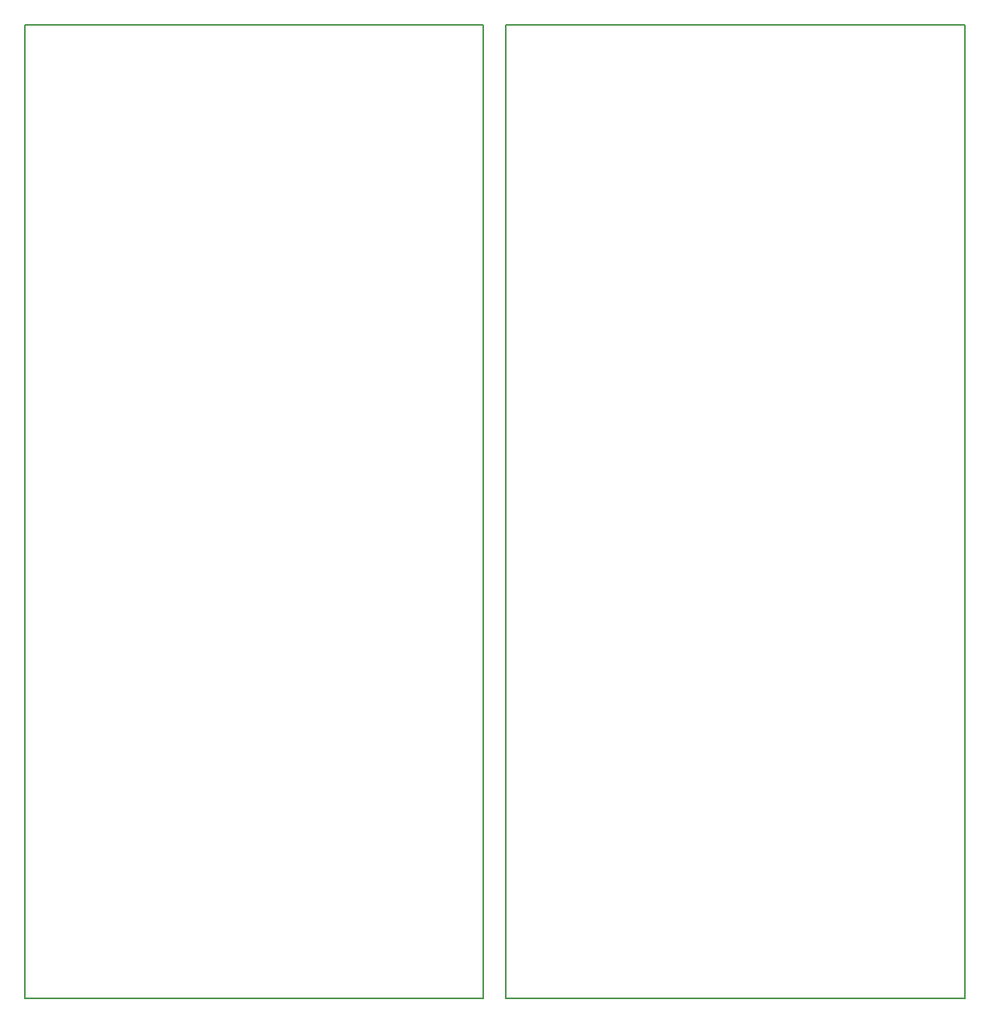
<source format=gm1>
G04 #@! TF.GenerationSoftware,KiCad,Pcbnew,(6.0.0-0)*
G04 #@! TF.CreationDate,2023-01-05T23:18:17-05:00*
G04 #@! TF.ProjectId,daisy_hardware_v1,64616973-795f-4686-9172-64776172655f,rev?*
G04 #@! TF.SameCoordinates,Original*
G04 #@! TF.FileFunction,Profile,NP*
%FSLAX46Y46*%
G04 Gerber Fmt 4.6, Leading zero omitted, Abs format (unit mm)*
G04 Created by KiCad (PCBNEW (6.0.0-0)) date 2023-01-05 23:18:17*
%MOMM*%
%LPD*%
G01*
G04 APERTURE LIST*
G04 #@! TA.AperFunction,Profile*
%ADD10C,0.200000*%
G04 #@! TD*
G04 APERTURE END LIST*
D10*
X88030000Y-272510800D02*
X138030000Y-272510800D01*
X138030000Y-272510800D02*
X138030000Y-378510800D01*
X138030000Y-378510800D02*
X88030000Y-378510800D01*
X88030000Y-378510800D02*
X88030000Y-272510800D01*
X35560000Y-272460000D02*
X85560000Y-272460000D01*
X85560000Y-272460000D02*
X85560000Y-378460000D01*
X85560000Y-378460000D02*
X35560000Y-378460000D01*
X35560000Y-378460000D02*
X35560000Y-272460000D01*
M02*

</source>
